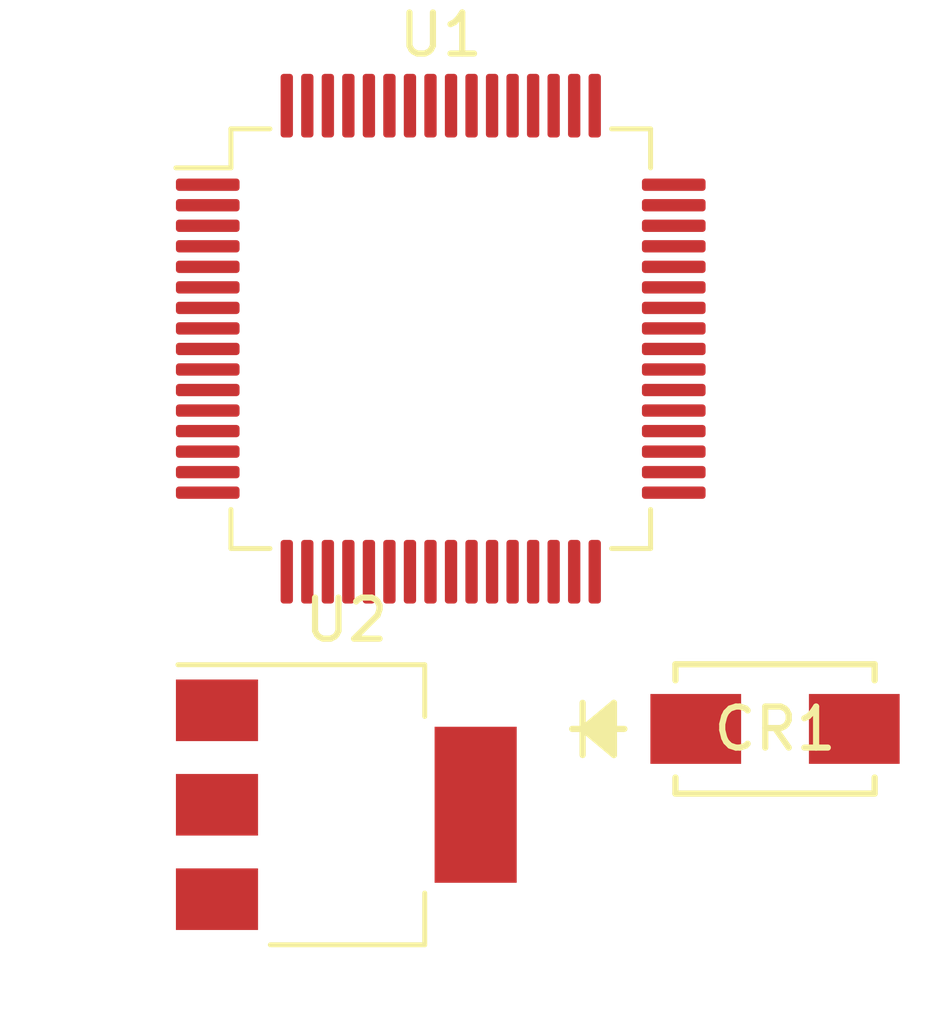
<source format=kicad_pcb>
(kicad_pcb (version 20221018) (generator pcbnew)
  (layers (0 "F.Cu" signal) (31 "B.Cu" signal) (34 "B.Paste" user) (35 "F.Paste" user) (36 "B.SilkS" user "B.Silkscreen") (37 "F.SilkS" user "F.Silkscreen") (38 "B.Mask" user) (39 "F.Mask" user) (44 "Edge.Cuts" user))
  (net 0 "")
  (net 1 "Net-(U2-VO)")
  (net 2 "Net-(CR1-Pad2)")
  (net 3 "VDD")
  (net 14 "GND")
  (net 15 "Net-(U1-VDDA)")
  (net 59 "+9V")
  (footprint "Package_TO_SOT_SMD:SOT-223-3_TabPin2" (layer "F.Cu") (at 4.425 18.075)
    (fp_text reference "U2" (at 0 -4.5) (layer "F.SilkS"))
    (fp_text value "LD1117S50TR_SOT223")
    (fp_line (start -4.1 -3.41) (end 1.91 -3.41) (stroke (width 0.12)) (layer "F.SilkS"))
    (fp_line (start -1.85 3.41) (end 1.91 3.41) (stroke (width 0.12)) (layer "F.SilkS"))
    (fp_line (start 1.91 -3.41) (end 1.91 -2.15) (stroke (width 0.12)) (layer "F.SilkS"))
    (fp_line (start 1.91 3.41) (end 1.91 2.15) (stroke (width 0.12)) (layer "F.SilkS"))
    (pad "1" smd rect (at -3.15 -2.3) (size 2 1.5) (layers "F.Cu" "F.Paste" "F.Mask") (net 14 "GND"))
    (pad "2" smd rect (at -3.15 0) (size 2 1.5) (layers "F.Cu" "F.Paste" "F.Mask") (net 1 "Net-(U2-VO)"))
    (pad "2" smd rect (at 3.15 0) (size 2 3.8) (layers "F.Cu" "F.Paste" "F.Mask") (net 1 "Net-(U2-VO)"))
    (pad "3" smd rect (at -3.15 2.3) (size 2 1.5) (layers "F.Cu" "F.Paste" "F.Mask") (net 59 "+9V"))
  )
  (footprint "Package_QFP:LQFP-64_10x10mm_P0.5mm" (layer "F.Cu") (at 6.725 6.725)
    (fp_text reference "U1" (at 0 -7.4) (layer "F.SilkS"))
    (fp_text value "STM32F303RETx")
    (fp_line (start -5.11 -5.11) (end -5.11 -4.16) (stroke (width 0.12)) (layer "F.SilkS"))
    (fp_line (start -5.11 -4.16) (end -6.45 -4.16) (stroke (width 0.12)) (layer "F.SilkS"))
    (fp_line (start -5.11 5.11) (end -5.11 4.16) (stroke (width 0.12)) (layer "F.SilkS"))
    (fp_line (start -4.16 -5.11) (end -5.11 -5.11) (stroke (width 0.12)) (layer "F.SilkS"))
    (fp_line (start -4.16 5.11) (end -5.11 5.11) (stroke (width 0.12)) (layer "F.SilkS"))
    (fp_line (start 4.16 -5.11) (end 5.11 -5.11) (stroke (width 0.12)) (layer "F.SilkS"))
    (fp_line (start 4.16 5.11) (end 5.11 5.11) (stroke (width 0.12)) (layer "F.SilkS"))
    (fp_line (start 5.11 -5.11) (end 5.11 -4.16) (stroke (width 0.12)) (layer "F.SilkS"))
    (fp_line (start 5.11 5.11) (end 5.11 4.16) (stroke (width 0.12)) (layer "F.SilkS"))
    (pad "1" smd roundrect (at -5.675 -3.75) (size 1.55 0.3) (layers "F.Cu" "F.Paste" "F.Mask") (net 3 "VDD"))
    (pad "2" smd roundrect (at -5.675 -3.25) (size 1.55 0.3) (layers "F.Cu" "F.Paste" "F.Mask"))
    (pad "3" smd roundrect (at -5.675 -2.75) (size 1.55 0.3) (layers "F.Cu" "F.Paste" "F.Mask"))
    (pad "4" smd roundrect (at -5.675 -2.25) (size 1.55 0.3) (layers "F.Cu" "F.Paste" "F.Mask"))
    (pad "5" smd roundrect (at -5.675 -1.75) (size 1.55 0.3) (layers "F.Cu" "F.Paste" "F.Mask"))
    (pad "6" smd roundrect (at -5.675 -1.25) (size 1.55 0.3) (layers "F.Cu" "F.Paste" "F.Mask"))
    (pad "7" smd roundrect (at -5.675 -0.75) (size 1.55 0.3) (layers "F.Cu" "F.Paste" "F.Mask"))
    (pad "8" smd roundrect (at -5.675 -0.25) (size 1.55 0.3) (layers "F.Cu" "F.Paste" "F.Mask"))
    (pad "9" smd roundrect (at -5.675 0.25) (size 1.55 0.3) (layers "F.Cu" "F.Paste" "F.Mask"))
    (pad "10" smd roundrect (at -5.675 0.75) (size 1.55 0.3) (layers "F.Cu" "F.Paste" "F.Mask"))
    (pad "11" smd roundrect (at -5.675 1.25) (size 1.55 0.3) (layers "F.Cu" "F.Paste" "F.Mask"))
    (pad "12" smd roundrect (at -5.675 1.75) (size 1.55 0.3) (layers "F.Cu" "F.Paste" "F.Mask") (net 14 "GND"))
    (pad "13" smd roundrect (at -5.675 2.25) (size 1.55 0.3) (layers "F.Cu" "F.Paste" "F.Mask") (net 15 "Net-(U1-VDDA)"))
    (pad "14" smd roundrect (at -5.675 2.75) (size 1.55 0.3) (layers "F.Cu" "F.Paste" "F.Mask"))
    (pad "15" smd roundrect (at -5.675 3.25) (size 1.55 0.3) (layers "F.Cu" "F.Paste" "F.Mask"))
    (pad "16" smd roundrect (at -5.675 3.75) (size 1.55 0.3) (layers "F.Cu" "F.Paste" "F.Mask"))
    (pad "17" smd roundrect (at -3.75 5.675) (size 0.3 1.55) (layers "F.Cu" "F.Paste" "F.Mask"))
    (pad "18" smd roundrect (at -3.25 5.675) (size 0.3 1.55) (layers "F.Cu" "F.Paste" "F.Mask") (net 14 "GND"))
    (pad "19" smd roundrect (at -2.75 5.675) (size 0.3 1.55) (layers "F.Cu" "F.Paste" "F.Mask") (net 3 "VDD"))
    (pad "20" smd roundrect (at -2.25 5.675) (size 0.3 1.55) (layers "F.Cu" "F.Paste" "F.Mask"))
    (pad "21" smd roundrect (at -1.75 5.675) (size 0.3 1.55) (layers "F.Cu" "F.Paste" "F.Mask"))
    (pad "22" smd roundrect (at -1.25 5.675) (size 0.3 1.55) (layers "F.Cu" "F.Paste" "F.Mask"))
    (pad "23" smd roundrect (at -0.75 5.675) (size 0.3 1.55) (layers "F.Cu" "F.Paste" "F.Mask"))
    (pad "24" smd roundrect (at -0.25 5.675) (size 0.3 1.55) (layers "F.Cu" "F.Paste" "F.Mask"))
    (pad "25" smd roundrect (at 0.25 5.675) (size 0.3 1.55) (layers "F.Cu" "F.Paste" "F.Mask"))
    (pad "26" smd roundrect (at 0.75 5.675) (size 0.3 1.55) (layers "F.Cu" "F.Paste" "F.Mask"))
    (pad "27" smd roundrect (at 1.25 5.675) (size 0.3 1.55) (layers "F.Cu" "F.Paste" "F.Mask"))
    (pad "28" smd roundrect (at 1.75 5.675) (size 0.3 1.55) (layers "F.Cu" "F.Paste" "F.Mask"))
    (pad "29" smd roundrect (at 2.25 5.675) (size 0.3 1.55) (layers "F.Cu" "F.Paste" "F.Mask"))
    (pad "30" smd roundrect (at 2.75 5.675) (size 0.3 1.55) (layers "F.Cu" "F.Paste" "F.Mask"))
    (pad "31" smd roundrect (at 3.25 5.675) (size 0.3 1.55) (layers "F.Cu" "F.Paste" "F.Mask") (net 14 "GND"))
    (pad "32" smd roundrect (at 3.75 5.675) (size 0.3 1.55) (layers "F.Cu" "F.Paste" "F.Mask") (net 3 "VDD"))
    (pad "33" smd roundrect (at 5.675 3.75) (size 1.55 0.3) (layers "F.Cu" "F.Paste" "F.Mask"))
    (pad "34" smd roundrect (at 5.675 3.25) (size 1.55 0.3) (layers "F.Cu" "F.Paste" "F.Mask"))
    (pad "35" smd roundrect (at 5.675 2.75) (size 1.55 0.3) (layers "F.Cu" "F.Paste" "F.Mask"))
    (pad "36" smd roundrect (at 5.675 2.25) (size 1.55 0.3) (layers "F.Cu" "F.Paste" "F.Mask"))
    (pad "37" smd roundrect (at 5.675 1.75) (size 1.55 0.3) (layers "F.Cu" "F.Paste" "F.Mask"))
    (pad "38" smd roundrect (at 5.675 1.25) (size 1.55 0.3) (layers "F.Cu" "F.Paste" "F.Mask"))
    (pad "39" smd roundrect (at 5.675 0.75) (size 1.55 0.3) (layers "F.Cu" "F.Paste" "F.Mask"))
    (pad "40" smd roundrect (at 5.675 0.25) (size 1.55 0.3) (layers "F.Cu" "F.Paste" "F.Mask"))
    (pad "41" smd roundrect (at 5.675 -0.25) (size 1.55 0.3) (layers "F.Cu" "F.Paste" "F.Mask"))
    (pad "42" smd roundrect (at 5.675 -0.75) (size 1.55 0.3) (layers "F.Cu" "F.Paste" "F.Mask"))
    (pad "43" smd roundrect (at 5.675 -1.25) (size 1.55 0.3) (layers "F.Cu" "F.Paste" "F.Mask"))
    (pad "44" smd roundrect (at 5.675 -1.75) (size 1.55 0.3) (layers "F.Cu" "F.Paste" "F.Mask"))
    (pad "45" smd roundrect (at 5.675 -2.25) (size 1.55 0.3) (layers "F.Cu" "F.Paste" "F.Mask"))
    (pad "46" smd roundrect (at 5.675 -2.75) (size 1.55 0.3) (layers "F.Cu" "F.Paste" "F.Mask"))
    (pad "47" smd roundrect (at 5.675 -3.25) (size 1.55 0.3) (layers "F.Cu" "F.Paste" "F.Mask") (net 14 "GND"))
    (pad "48" smd roundrect (at 5.675 -3.75) (size 1.55 0.3) (layers "F.Cu" "F.Paste" "F.Mask") (net 3 "VDD"))
    (pad "49" smd roundrect (at 3.75 -5.675) (size 0.3 1.55) (layers "F.Cu" "F.Paste" "F.Mask"))
    (pad "50" smd roundrect (at 3.25 -5.675) (size 0.3 1.55) (layers "F.Cu" "F.Paste" "F.Mask"))
    (pad "51" smd roundrect (at 2.75 -5.675) (size 0.3 1.55) (layers "F.Cu" "F.Paste" "F.Mask"))
    (pad "52" smd roundrect (at 2.25 -5.675) (size 0.3 1.55) (layers "F.Cu" "F.Paste" "F.Mask"))
    (pad "53" smd roundrect (at 1.75 -5.675) (size 0.3 1.55) (layers "F.Cu" "F.Paste" "F.Mask"))
    (pad "54" smd roundrect (at 1.25 -5.675) (size 0.3 1.55) (layers "F.Cu" "F.Paste" "F.Mask"))
    (pad "55" smd roundrect (at 0.75 -5.675) (size 0.3 1.55) (layers "F.Cu" "F.Paste" "F.Mask"))
    (pad "56" smd roundrect (at 0.25 -5.675) (size 0.3 1.55) (layers "F.Cu" "F.Paste" "F.Mask"))
    (pad "57" smd roundrect (at -0.25 -5.675) (size 0.3 1.55) (layers "F.Cu" "F.Paste" "F.Mask"))
    (pad "58" smd roundrect (at -0.75 -5.675) (size 0.3 1.55) (layers "F.Cu" "F.Paste" "F.Mask"))
    (pad "59" smd roundrect (at -1.25 -5.675) (size 0.3 1.55) (layers "F.Cu" "F.Paste" "F.Mask"))
    (pad "60" smd roundrect (at -1.75 -5.675) (size 0.3 1.55) (layers "F.Cu" "F.Paste" "F.Mask"))
    (pad "61" smd roundrect (at -2.25 -5.675) (size 0.3 1.55) (layers "F.Cu" "F.Paste" "F.Mask"))
    (pad "62" smd roundrect (at -2.75 -5.675) (size 0.3 1.55) (layers "F.Cu" "F.Paste" "F.Mask"))
    (pad "63" smd roundrect (at -3.25 -5.675) (size 0.3 1.55) (layers "F.Cu" "F.Paste" "F.Mask") (net 14 "GND"))
    (pad "64" smd roundrect (at -3.75 -5.675) (size 0.3 1.55) (layers "F.Cu" "F.Paste" "F.Mask") (net 3 "VDD"))
  )
  (footprint "STM32_F303RE_Components:SMA_STM" (layer "F.Cu") (at 14.8665 16.228)
    (fp_text reference "CR1" (at 0 0 unlocked) (layer "F.SilkS"))
    (fp_text value "STPS2L30A")
    (fp_line (start -4.6863 -0.635) (end -4.6863 0.635) (stroke (width 0.1524)) (layer "F.SilkS"))
    (fp_line (start -4.6863 0) (end -3.9243 -0.635) (stroke (width 0.1524)) (layer "F.SilkS"))
    (fp_line (start -4.6863 0) (end -3.9243 -0.508) (stroke (width 0.1524)) (layer "F.SilkS"))
    (fp_line (start -4.6863 0) (end -3.9243 -0.381) (stroke (width 0.1524)) (layer "F.SilkS"))
    (fp_line (start -4.6863 0) (end -3.9243 -0.254) (stroke (width 0.1524)) (layer "F.SilkS"))
    (fp_line (start -4.6863 0) (end -3.9243 -0.127) (stroke (width 0.1524)) (layer "F.SilkS"))
    (fp_line (start -4.6863 0) (end -3.9243 0.127) (stroke (width 0.1524)) (layer "F.SilkS"))
    (fp_line (start -4.6863 0) (end -3.9243 0.254) (stroke (width 0.1524)) (layer "F.SilkS"))
    (fp_line (start -4.6863 0) (end -3.9243 0.381) (stroke (width 0.1524)) (layer "F.SilkS"))
    (fp_line (start -4.6863 0) (end -3.9243 0.508) (stroke (width 0.1524)) (layer "F.SilkS"))
    (fp_line (start -4.6863 0) (end -3.9243 0.635) (stroke (width 0.1524)) (layer "F.SilkS"))
    (fp_line (start -3.9243 -0.635) (end -3.9243 0.635) (stroke (width 0.1524)) (layer "F.SilkS"))
    (fp_line (start -3.6703 0) (end -4.9403 0) (stroke (width 0.1524)) (layer "F.SilkS"))
    (fp_line (start -2.4257 -1.5748) (end -2.4257 -1.18364) (stroke (width 0.1524)) (layer "F.SilkS"))
    (fp_line (start -2.4257 1.18364) (end -2.4257 1.5748) (stroke (width 0.1524)) (layer "F.SilkS"))
    (fp_line (start -2.4257 1.5748) (end 2.4257 1.5748) (stroke (width 0.1524)) (layer "F.SilkS"))
    (fp_line (start 2.4257 -1.5748) (end -2.4257 -1.5748) (stroke (width 0.1524)) (layer "F.SilkS"))
    (fp_line (start 2.4257 -1.18364) (end 2.4257 -1.5748) (stroke (width 0.1524)) (layer "F.SilkS"))
    (fp_line (start 2.4257 1.5748) (end 2.4257 1.18364) (stroke (width 0.1524)) (layer "F.SilkS"))
    (pad "1" smd rect (at -1.9304 0) (size 2.2098 1.7018) (layers "F.Cu" "F.Paste" "F.Mask") (net 1 "Net-(U2-VO)"))
    (pad "2" smd rect (at 1.9304 0) (size 2.2098 1.7018) (layers "F.Cu" "F.Paste" "F.Mask") (net 2 "Net-(CR1-Pad2)"))
  )
)
</source>
